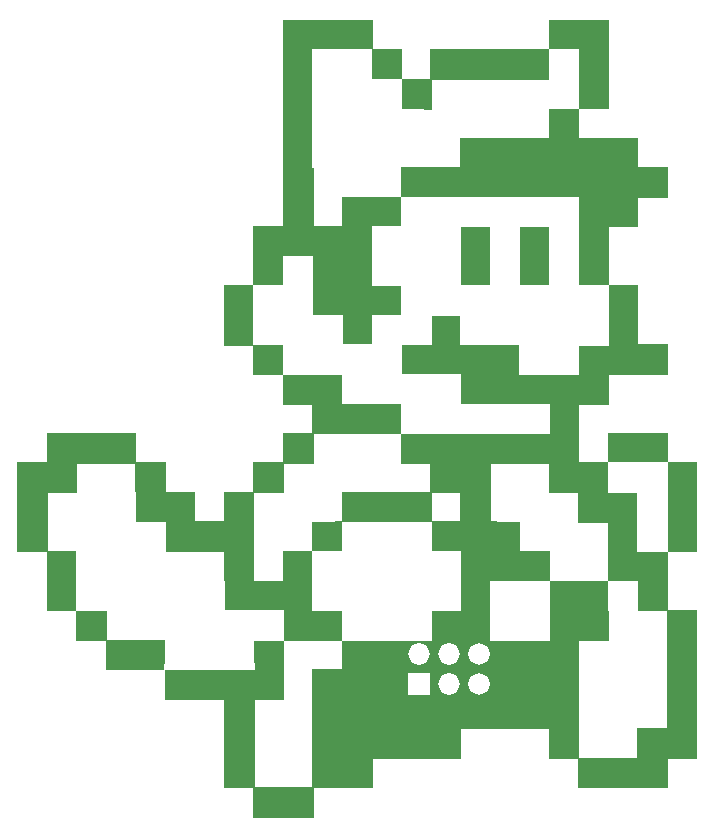
<source format=gbr>
G04 #@! TF.GenerationSoftware,KiCad,Pcbnew,5.1.2*
G04 #@! TF.CreationDate,2019-06-30T01:50:48-07:00*
G04 #@! TF.ProjectId,Mario_SAO,4d617269-6f5f-4534-914f-2e6b69636164,rev?*
G04 #@! TF.SameCoordinates,Original*
G04 #@! TF.FileFunction,Legend,Top*
G04 #@! TF.FilePolarity,Positive*
%FSLAX46Y46*%
G04 Gerber Fmt 4.6, Leading zero omitted, Abs format (unit mm)*
G04 Created by KiCad (PCBNEW 5.1.2) date 2019-06-30 01:50:48*
%MOMM*%
%LPD*%
G04 APERTURE LIST*
%ADD10C,0.010000*%
%ADD11R,1.829200X1.829200*%
%ADD12O,1.829200X1.829200*%
%ADD13C,1.829200*%
G04 APERTURE END LIST*
D10*
G36*
X117266583Y-83754584D02*
G01*
X117271962Y-86257542D01*
X117277340Y-88760500D01*
X114758333Y-88760500D01*
X114758333Y-83743664D01*
X117266583Y-83754584D01*
X117266583Y-83754584D01*
G37*
X117266583Y-83754584D02*
X117271962Y-86257542D01*
X117277340Y-88760500D01*
X114758333Y-88760500D01*
X114758333Y-83743664D01*
X117266583Y-83754584D01*
G36*
X112260667Y-88760500D02*
G01*
X109763000Y-88760500D01*
X109763000Y-83744000D01*
X112260667Y-83744000D01*
X112260667Y-88760500D01*
X112260667Y-88760500D01*
G37*
X112260667Y-88760500D02*
X109763000Y-88760500D01*
X109763000Y-83744000D01*
X112260667Y-83744000D01*
X112260667Y-88760500D01*
G36*
X102270000Y-68758000D02*
G01*
X104767667Y-68758000D01*
X104767667Y-71255667D01*
X107244167Y-71255667D01*
X107244167Y-68758000D01*
X117256000Y-68758000D01*
X117256000Y-66260334D01*
X122272500Y-66260334D01*
X122272500Y-73774500D01*
X119774833Y-73774500D01*
X119774833Y-76251000D01*
X124770167Y-76251000D01*
X124770167Y-78748667D01*
X127267833Y-78748667D01*
X127267833Y-81267500D01*
X124770167Y-81267500D01*
X124770167Y-83765167D01*
X122272500Y-83765167D01*
X122272500Y-88760500D01*
X124770167Y-88760500D01*
X124770167Y-93755834D01*
X127267833Y-93755834D01*
X127267833Y-96274667D01*
X122272500Y-96274667D01*
X122272500Y-98772334D01*
X119774833Y-98772334D01*
X119774833Y-103746500D01*
X122251333Y-103746500D01*
X122251333Y-101248834D01*
X127267833Y-101248834D01*
X127267833Y-103746500D01*
X129765500Y-103746500D01*
X129765500Y-111260667D01*
X127267833Y-111260667D01*
X127267833Y-116256000D01*
X129765500Y-116256000D01*
X129765500Y-128765500D01*
X127267833Y-128765500D01*
X127267833Y-131263167D01*
X119753667Y-131263167D01*
X119753667Y-128765500D01*
X117256000Y-128765500D01*
X117256000Y-126267834D01*
X109763000Y-126267834D01*
X109763000Y-128765500D01*
X102270000Y-128765500D01*
X102270000Y-131263167D01*
X97274667Y-131263167D01*
X97274667Y-133760834D01*
X92258167Y-133760834D01*
X92258167Y-131263167D01*
X89739333Y-131263167D01*
X89739333Y-123770167D01*
X92279333Y-123770167D01*
X92279333Y-131242000D01*
X97253500Y-131242000D01*
X97253500Y-121251334D01*
X99751167Y-121251334D01*
X99751167Y-118774834D01*
X119774833Y-118774834D01*
X119774833Y-128744334D01*
X124749000Y-128744334D01*
X124749000Y-126246667D01*
X127246667Y-126246667D01*
X127246667Y-116277167D01*
X124749000Y-116277167D01*
X124749000Y-113779500D01*
X122272500Y-113779500D01*
X122272500Y-118774834D01*
X119774833Y-118774834D01*
X99751167Y-118774834D01*
X94777000Y-118774834D01*
X94777000Y-123770167D01*
X92279333Y-123770167D01*
X89739333Y-123770167D01*
X84744000Y-123770167D01*
X84744000Y-121272500D01*
X79748667Y-121272500D01*
X79748667Y-118774834D01*
X77251000Y-118774834D01*
X77251000Y-116277167D01*
X74753333Y-116277167D01*
X74753333Y-111260667D01*
X72255667Y-111260667D01*
X72255667Y-106265334D01*
X74753333Y-106265334D01*
X74753333Y-111260667D01*
X77272167Y-111260667D01*
X77272167Y-116256000D01*
X79769833Y-116256000D01*
X79769833Y-118753667D01*
X84765167Y-118753667D01*
X84765167Y-121251334D01*
X92258167Y-121251334D01*
X92258167Y-118753667D01*
X94755833Y-118753667D01*
X94755833Y-116277167D01*
X89760500Y-116277167D01*
X89760500Y-111260667D01*
X84744000Y-111260667D01*
X84744000Y-108763000D01*
X82246333Y-108763000D01*
X82246333Y-103767667D01*
X77272167Y-103767667D01*
X77272167Y-106265334D01*
X74753333Y-106265334D01*
X72255667Y-106265334D01*
X72255667Y-103746500D01*
X74753333Y-103746500D01*
X74753333Y-101248834D01*
X82267500Y-101248834D01*
X82267500Y-103746500D01*
X84765167Y-103746500D01*
X84765167Y-106244167D01*
X87262833Y-106244167D01*
X87262833Y-108741834D01*
X89760500Y-108741834D01*
X89760500Y-106265334D01*
X92258167Y-106265334D01*
X92258167Y-113758334D01*
X94755833Y-113758334D01*
X94755833Y-111260667D01*
X97253164Y-111260667D01*
X97274667Y-111260667D01*
X97274667Y-116256000D01*
X99772333Y-116256000D01*
X99772333Y-118753667D01*
X107243828Y-118753667D01*
X107249289Y-117510125D01*
X107254750Y-116266584D01*
X109763000Y-116255664D01*
X109763000Y-113779500D01*
X112260667Y-113779500D01*
X112260667Y-118753667D01*
X117256000Y-118753667D01*
X117256000Y-113779500D01*
X112260667Y-113779500D01*
X109763000Y-113779500D01*
X109763000Y-111260667D01*
X107244167Y-111260667D01*
X107244167Y-108763000D01*
X99772333Y-108763000D01*
X99772333Y-111260667D01*
X97274667Y-111260667D01*
X97253164Y-111260667D01*
X97258624Y-110006542D01*
X97264083Y-108752417D01*
X98507456Y-108746956D01*
X99750828Y-108741495D01*
X99756289Y-107498123D01*
X99761703Y-106265334D01*
X107265333Y-106265334D01*
X107265333Y-108741834D01*
X109763000Y-108741834D01*
X109763000Y-106265334D01*
X107265333Y-106265334D01*
X99761703Y-106265334D01*
X99761750Y-106254750D01*
X103502958Y-106249400D01*
X107244167Y-106244050D01*
X107244167Y-103767667D01*
X112260667Y-103767667D01*
X112260667Y-108741498D01*
X113514792Y-108746957D01*
X114768917Y-108752417D01*
X114774376Y-110006542D01*
X114779836Y-111260667D01*
X117277167Y-111260667D01*
X117277167Y-113758334D01*
X122251333Y-113758334D01*
X122251333Y-108763000D01*
X119753667Y-108763000D01*
X119753667Y-106265334D01*
X117256000Y-106265334D01*
X117256000Y-103767667D01*
X122272500Y-103767667D01*
X122272500Y-106244167D01*
X124770167Y-106244167D01*
X124770167Y-111260667D01*
X127246667Y-111260667D01*
X127246667Y-103767667D01*
X122272500Y-103767667D01*
X117256000Y-103767667D01*
X112260667Y-103767667D01*
X107244167Y-103767667D01*
X104746500Y-103767667D01*
X104746500Y-101270000D01*
X97274667Y-101270000D01*
X97274667Y-103767667D01*
X94777000Y-103767667D01*
X94777000Y-106265334D01*
X92258167Y-106265334D01*
X89760500Y-106265334D01*
X89760500Y-106244167D01*
X92258167Y-106244167D01*
X92258167Y-103746500D01*
X94755833Y-103746500D01*
X94755833Y-101248834D01*
X97253500Y-101248834D01*
X97253500Y-98772334D01*
X94755833Y-98772334D01*
X94755833Y-96274667D01*
X92258167Y-96274667D01*
X92258167Y-93777000D01*
X89760500Y-93777000D01*
X89760500Y-88760500D01*
X92258167Y-88760500D01*
X92258167Y-93755498D01*
X93512292Y-93760957D01*
X94766417Y-93766417D01*
X94771877Y-95009959D01*
X94777338Y-96253500D01*
X99772333Y-96253500D01*
X99772333Y-98751167D01*
X104767667Y-98751167D01*
X104767667Y-101248834D01*
X117256000Y-101248834D01*
X117256000Y-98772334D01*
X109763000Y-98772334D01*
X109763000Y-96274840D01*
X107260042Y-96269462D01*
X104757083Y-96264084D01*
X104751624Y-95009959D01*
X104746164Y-93755834D01*
X107244167Y-93755834D01*
X107244167Y-91258167D01*
X109763000Y-91258167D01*
X109763000Y-93755834D01*
X114779500Y-93755834D01*
X114779500Y-96253500D01*
X119753667Y-96253500D01*
X119753667Y-93755834D01*
X122251333Y-93755834D01*
X122251333Y-88760500D01*
X119753667Y-88760500D01*
X119753667Y-81267500D01*
X104767667Y-81267500D01*
X104767667Y-83765167D01*
X102270000Y-83765167D01*
X102270000Y-88760500D01*
X104768002Y-88760500D01*
X104762543Y-90014625D01*
X104757083Y-91268750D01*
X103513542Y-91274211D01*
X102270000Y-91279672D01*
X102270000Y-93777000D01*
X99751167Y-93777000D01*
X99751167Y-91279672D01*
X97264083Y-91268750D01*
X97258705Y-88765792D01*
X97253326Y-86262834D01*
X94777000Y-86262834D01*
X94777000Y-88760500D01*
X92258167Y-88760500D01*
X92258167Y-83744000D01*
X94755833Y-83744000D01*
X94755833Y-68779167D01*
X97274667Y-68779167D01*
X97274667Y-83744000D01*
X99751167Y-83744000D01*
X99751167Y-81246334D01*
X104746500Y-81246334D01*
X104746500Y-78748667D01*
X109763000Y-78748667D01*
X109763000Y-76251000D01*
X117256000Y-76251000D01*
X117256000Y-73753334D01*
X119753667Y-73753334D01*
X119753667Y-68779167D01*
X117277505Y-68779167D01*
X117272044Y-70022709D01*
X117266583Y-71266250D01*
X107265333Y-71276922D01*
X107265333Y-73774836D01*
X106011208Y-73769376D01*
X104757083Y-73763917D01*
X104751622Y-72520544D01*
X104746162Y-71277172D01*
X103502789Y-71271711D01*
X102259417Y-71266250D01*
X102253956Y-70022709D01*
X102248495Y-68779167D01*
X97274667Y-68779167D01*
X94755833Y-68779167D01*
X94755833Y-66260334D01*
X102270000Y-66260334D01*
X102270000Y-68758000D01*
X102270000Y-68758000D01*
G37*
X102270000Y-68758000D02*
X104767667Y-68758000D01*
X104767667Y-71255667D01*
X107244167Y-71255667D01*
X107244167Y-68758000D01*
X117256000Y-68758000D01*
X117256000Y-66260334D01*
X122272500Y-66260334D01*
X122272500Y-73774500D01*
X119774833Y-73774500D01*
X119774833Y-76251000D01*
X124770167Y-76251000D01*
X124770167Y-78748667D01*
X127267833Y-78748667D01*
X127267833Y-81267500D01*
X124770167Y-81267500D01*
X124770167Y-83765167D01*
X122272500Y-83765167D01*
X122272500Y-88760500D01*
X124770167Y-88760500D01*
X124770167Y-93755834D01*
X127267833Y-93755834D01*
X127267833Y-96274667D01*
X122272500Y-96274667D01*
X122272500Y-98772334D01*
X119774833Y-98772334D01*
X119774833Y-103746500D01*
X122251333Y-103746500D01*
X122251333Y-101248834D01*
X127267833Y-101248834D01*
X127267833Y-103746500D01*
X129765500Y-103746500D01*
X129765500Y-111260667D01*
X127267833Y-111260667D01*
X127267833Y-116256000D01*
X129765500Y-116256000D01*
X129765500Y-128765500D01*
X127267833Y-128765500D01*
X127267833Y-131263167D01*
X119753667Y-131263167D01*
X119753667Y-128765500D01*
X117256000Y-128765500D01*
X117256000Y-126267834D01*
X109763000Y-126267834D01*
X109763000Y-128765500D01*
X102270000Y-128765500D01*
X102270000Y-131263167D01*
X97274667Y-131263167D01*
X97274667Y-133760834D01*
X92258167Y-133760834D01*
X92258167Y-131263167D01*
X89739333Y-131263167D01*
X89739333Y-123770167D01*
X92279333Y-123770167D01*
X92279333Y-131242000D01*
X97253500Y-131242000D01*
X97253500Y-121251334D01*
X99751167Y-121251334D01*
X99751167Y-118774834D01*
X119774833Y-118774834D01*
X119774833Y-128744334D01*
X124749000Y-128744334D01*
X124749000Y-126246667D01*
X127246667Y-126246667D01*
X127246667Y-116277167D01*
X124749000Y-116277167D01*
X124749000Y-113779500D01*
X122272500Y-113779500D01*
X122272500Y-118774834D01*
X119774833Y-118774834D01*
X99751167Y-118774834D01*
X94777000Y-118774834D01*
X94777000Y-123770167D01*
X92279333Y-123770167D01*
X89739333Y-123770167D01*
X84744000Y-123770167D01*
X84744000Y-121272500D01*
X79748667Y-121272500D01*
X79748667Y-118774834D01*
X77251000Y-118774834D01*
X77251000Y-116277167D01*
X74753333Y-116277167D01*
X74753333Y-111260667D01*
X72255667Y-111260667D01*
X72255667Y-106265334D01*
X74753333Y-106265334D01*
X74753333Y-111260667D01*
X77272167Y-111260667D01*
X77272167Y-116256000D01*
X79769833Y-116256000D01*
X79769833Y-118753667D01*
X84765167Y-118753667D01*
X84765167Y-121251334D01*
X92258167Y-121251334D01*
X92258167Y-118753667D01*
X94755833Y-118753667D01*
X94755833Y-116277167D01*
X89760500Y-116277167D01*
X89760500Y-111260667D01*
X84744000Y-111260667D01*
X84744000Y-108763000D01*
X82246333Y-108763000D01*
X82246333Y-103767667D01*
X77272167Y-103767667D01*
X77272167Y-106265334D01*
X74753333Y-106265334D01*
X72255667Y-106265334D01*
X72255667Y-103746500D01*
X74753333Y-103746500D01*
X74753333Y-101248834D01*
X82267500Y-101248834D01*
X82267500Y-103746500D01*
X84765167Y-103746500D01*
X84765167Y-106244167D01*
X87262833Y-106244167D01*
X87262833Y-108741834D01*
X89760500Y-108741834D01*
X89760500Y-106265334D01*
X92258167Y-106265334D01*
X92258167Y-113758334D01*
X94755833Y-113758334D01*
X94755833Y-111260667D01*
X97253164Y-111260667D01*
X97274667Y-111260667D01*
X97274667Y-116256000D01*
X99772333Y-116256000D01*
X99772333Y-118753667D01*
X107243828Y-118753667D01*
X107249289Y-117510125D01*
X107254750Y-116266584D01*
X109763000Y-116255664D01*
X109763000Y-113779500D01*
X112260667Y-113779500D01*
X112260667Y-118753667D01*
X117256000Y-118753667D01*
X117256000Y-113779500D01*
X112260667Y-113779500D01*
X109763000Y-113779500D01*
X109763000Y-111260667D01*
X107244167Y-111260667D01*
X107244167Y-108763000D01*
X99772333Y-108763000D01*
X99772333Y-111260667D01*
X97274667Y-111260667D01*
X97253164Y-111260667D01*
X97258624Y-110006542D01*
X97264083Y-108752417D01*
X98507456Y-108746956D01*
X99750828Y-108741495D01*
X99756289Y-107498123D01*
X99761703Y-106265334D01*
X107265333Y-106265334D01*
X107265333Y-108741834D01*
X109763000Y-108741834D01*
X109763000Y-106265334D01*
X107265333Y-106265334D01*
X99761703Y-106265334D01*
X99761750Y-106254750D01*
X103502958Y-106249400D01*
X107244167Y-106244050D01*
X107244167Y-103767667D01*
X112260667Y-103767667D01*
X112260667Y-108741498D01*
X113514792Y-108746957D01*
X114768917Y-108752417D01*
X114774376Y-110006542D01*
X114779836Y-111260667D01*
X117277167Y-111260667D01*
X117277167Y-113758334D01*
X122251333Y-113758334D01*
X122251333Y-108763000D01*
X119753667Y-108763000D01*
X119753667Y-106265334D01*
X117256000Y-106265334D01*
X117256000Y-103767667D01*
X122272500Y-103767667D01*
X122272500Y-106244167D01*
X124770167Y-106244167D01*
X124770167Y-111260667D01*
X127246667Y-111260667D01*
X127246667Y-103767667D01*
X122272500Y-103767667D01*
X117256000Y-103767667D01*
X112260667Y-103767667D01*
X107244167Y-103767667D01*
X104746500Y-103767667D01*
X104746500Y-101270000D01*
X97274667Y-101270000D01*
X97274667Y-103767667D01*
X94777000Y-103767667D01*
X94777000Y-106265334D01*
X92258167Y-106265334D01*
X89760500Y-106265334D01*
X89760500Y-106244167D01*
X92258167Y-106244167D01*
X92258167Y-103746500D01*
X94755833Y-103746500D01*
X94755833Y-101248834D01*
X97253500Y-101248834D01*
X97253500Y-98772334D01*
X94755833Y-98772334D01*
X94755833Y-96274667D01*
X92258167Y-96274667D01*
X92258167Y-93777000D01*
X89760500Y-93777000D01*
X89760500Y-88760500D01*
X92258167Y-88760500D01*
X92258167Y-93755498D01*
X93512292Y-93760957D01*
X94766417Y-93766417D01*
X94771877Y-95009959D01*
X94777338Y-96253500D01*
X99772333Y-96253500D01*
X99772333Y-98751167D01*
X104767667Y-98751167D01*
X104767667Y-101248834D01*
X117256000Y-101248834D01*
X117256000Y-98772334D01*
X109763000Y-98772334D01*
X109763000Y-96274840D01*
X107260042Y-96269462D01*
X104757083Y-96264084D01*
X104751624Y-95009959D01*
X104746164Y-93755834D01*
X107244167Y-93755834D01*
X107244167Y-91258167D01*
X109763000Y-91258167D01*
X109763000Y-93755834D01*
X114779500Y-93755834D01*
X114779500Y-96253500D01*
X119753667Y-96253500D01*
X119753667Y-93755834D01*
X122251333Y-93755834D01*
X122251333Y-88760500D01*
X119753667Y-88760500D01*
X119753667Y-81267500D01*
X104767667Y-81267500D01*
X104767667Y-83765167D01*
X102270000Y-83765167D01*
X102270000Y-88760500D01*
X104768002Y-88760500D01*
X104762543Y-90014625D01*
X104757083Y-91268750D01*
X103513542Y-91274211D01*
X102270000Y-91279672D01*
X102270000Y-93777000D01*
X99751167Y-93777000D01*
X99751167Y-91279672D01*
X97264083Y-91268750D01*
X97258705Y-88765792D01*
X97253326Y-86262834D01*
X94777000Y-86262834D01*
X94777000Y-88760500D01*
X92258167Y-88760500D01*
X92258167Y-83744000D01*
X94755833Y-83744000D01*
X94755833Y-68779167D01*
X97274667Y-68779167D01*
X97274667Y-83744000D01*
X99751167Y-83744000D01*
X99751167Y-81246334D01*
X104746500Y-81246334D01*
X104746500Y-78748667D01*
X109763000Y-78748667D01*
X109763000Y-76251000D01*
X117256000Y-76251000D01*
X117256000Y-73753334D01*
X119753667Y-73753334D01*
X119753667Y-68779167D01*
X117277505Y-68779167D01*
X117272044Y-70022709D01*
X117266583Y-71266250D01*
X107265333Y-71276922D01*
X107265333Y-73774836D01*
X106011208Y-73769376D01*
X104757083Y-73763917D01*
X104751622Y-72520544D01*
X104746162Y-71277172D01*
X103502789Y-71271711D01*
X102259417Y-71266250D01*
X102253956Y-70022709D01*
X102248495Y-68779167D01*
X97274667Y-68779167D01*
X94755833Y-68779167D01*
X94755833Y-66260334D01*
X102270000Y-66260334D01*
X102270000Y-68758000D01*
%LPC*%
G36*
X119774833Y-73774500D02*
G01*
X119028708Y-73769603D01*
X118824890Y-73768179D01*
X118608127Y-73766511D01*
X118388751Y-73764690D01*
X118177098Y-73762806D01*
X117983502Y-73760948D01*
X117818296Y-73759207D01*
X117769204Y-73758643D01*
X117255826Y-73752580D01*
X117261204Y-71260582D01*
X117266583Y-68768584D01*
X119774833Y-68757664D01*
X119774833Y-73774500D01*
X119774833Y-73774500D01*
G37*
X119774833Y-73774500D02*
X119028708Y-73769603D01*
X118824890Y-73768179D01*
X118608127Y-73766511D01*
X118388751Y-73764690D01*
X118177098Y-73762806D01*
X117983502Y-73760948D01*
X117818296Y-73759207D01*
X117769204Y-73758643D01*
X117255826Y-73752580D01*
X117261204Y-71260582D01*
X117266583Y-68768584D01*
X119774833Y-68757664D01*
X119774833Y-73774500D01*
G36*
X102248833Y-71255331D02*
G01*
X103502958Y-71260791D01*
X104757083Y-71266250D01*
X104767841Y-76250664D01*
X102259417Y-76261584D01*
X102253956Y-77505125D01*
X102248495Y-78748667D01*
X97253500Y-78748667D01*
X97253500Y-68758000D01*
X102248833Y-68758000D01*
X102248833Y-71255331D01*
X102248833Y-71255331D01*
G37*
X102248833Y-71255331D02*
X103502958Y-71260791D01*
X104757083Y-71266250D01*
X104767841Y-76250664D01*
X102259417Y-76261584D01*
X102253956Y-77505125D01*
X102248495Y-78748667D01*
X97253500Y-78748667D01*
X97253500Y-68758000D01*
X102248833Y-68758000D01*
X102248833Y-71255331D01*
G36*
X119774833Y-88738995D02*
G01*
X122261917Y-88749917D01*
X122267295Y-91263459D01*
X122272673Y-93777000D01*
X119774833Y-93777000D01*
X119774833Y-96281592D01*
X118647708Y-96267568D01*
X118408972Y-96264909D01*
X118136505Y-96262414D01*
X117838907Y-96260131D01*
X117524780Y-96258109D01*
X117202726Y-96256395D01*
X116881346Y-96255038D01*
X116569241Y-96254086D01*
X116275014Y-96253587D01*
X116139458Y-96253522D01*
X114758333Y-96253500D01*
X114758333Y-93755834D01*
X109763000Y-93755834D01*
X109763000Y-91258167D01*
X107265333Y-91258167D01*
X107265333Y-93755834D01*
X104767667Y-93755834D01*
X104767667Y-96253326D01*
X109752417Y-96264084D01*
X109757876Y-97518209D01*
X109763336Y-98772334D01*
X117256000Y-98772334D01*
X117256000Y-101248834D01*
X104767667Y-101248834D01*
X104767667Y-98751167D01*
X99772672Y-98751167D01*
X99767211Y-97507625D01*
X99761750Y-96264084D01*
X97258792Y-96258705D01*
X94755833Y-96253327D01*
X94755833Y-93755834D01*
X92258167Y-93755834D01*
X92258167Y-88760500D01*
X94755833Y-88760500D01*
X94755833Y-86262834D01*
X97253500Y-86262834D01*
X97253500Y-91258167D01*
X99751167Y-91258167D01*
X99751167Y-93755834D01*
X102270000Y-93755834D01*
X102270000Y-91258167D01*
X104767667Y-91258167D01*
X104767667Y-88760500D01*
X102270000Y-88760500D01*
X102270000Y-83765167D01*
X104767667Y-83765167D01*
X109763000Y-83765167D01*
X109763000Y-88760500D01*
X112260667Y-88760500D01*
X112260667Y-83765167D01*
X114758333Y-83765167D01*
X114758333Y-88760500D01*
X117256000Y-88760500D01*
X117256000Y-83765167D01*
X114758333Y-83765167D01*
X112260667Y-83765167D01*
X109763000Y-83765167D01*
X104767667Y-83765167D01*
X104767667Y-81267500D01*
X111144125Y-81267478D01*
X111675057Y-81267429D01*
X112201945Y-81267286D01*
X112722750Y-81267054D01*
X113235430Y-81266737D01*
X113737946Y-81266338D01*
X114228257Y-81265861D01*
X114704324Y-81265311D01*
X115164104Y-81264690D01*
X115605559Y-81264003D01*
X116026648Y-81263253D01*
X116425330Y-81262445D01*
X116799565Y-81261581D01*
X117147314Y-81260667D01*
X117466535Y-81259706D01*
X117755188Y-81258701D01*
X118011232Y-81257656D01*
X118232629Y-81256576D01*
X118417336Y-81255464D01*
X118563314Y-81254323D01*
X118647708Y-81253433D01*
X119774833Y-81239409D01*
X119774833Y-88738995D01*
X119774833Y-88738995D01*
G37*
X119774833Y-88738995D02*
X122261917Y-88749917D01*
X122267295Y-91263459D01*
X122272673Y-93777000D01*
X119774833Y-93777000D01*
X119774833Y-96281592D01*
X118647708Y-96267568D01*
X118408972Y-96264909D01*
X118136505Y-96262414D01*
X117838907Y-96260131D01*
X117524780Y-96258109D01*
X117202726Y-96256395D01*
X116881346Y-96255038D01*
X116569241Y-96254086D01*
X116275014Y-96253587D01*
X116139458Y-96253522D01*
X114758333Y-96253500D01*
X114758333Y-93755834D01*
X109763000Y-93755834D01*
X109763000Y-91258167D01*
X107265333Y-91258167D01*
X107265333Y-93755834D01*
X104767667Y-93755834D01*
X104767667Y-96253326D01*
X109752417Y-96264084D01*
X109757876Y-97518209D01*
X109763336Y-98772334D01*
X117256000Y-98772334D01*
X117256000Y-101248834D01*
X104767667Y-101248834D01*
X104767667Y-98751167D01*
X99772672Y-98751167D01*
X99767211Y-97507625D01*
X99761750Y-96264084D01*
X97258792Y-96258705D01*
X94755833Y-96253327D01*
X94755833Y-93755834D01*
X92258167Y-93755834D01*
X92258167Y-88760500D01*
X94755833Y-88760500D01*
X94755833Y-86262834D01*
X97253500Y-86262834D01*
X97253500Y-91258167D01*
X99751167Y-91258167D01*
X99751167Y-93755834D01*
X102270000Y-93755834D01*
X102270000Y-91258167D01*
X104767667Y-91258167D01*
X104767667Y-88760500D01*
X102270000Y-88760500D01*
X102270000Y-83765167D01*
X104767667Y-83765167D01*
X109763000Y-83765167D01*
X109763000Y-88760500D01*
X112260667Y-88760500D01*
X112260667Y-83765167D01*
X114758333Y-83765167D01*
X114758333Y-88760500D01*
X117256000Y-88760500D01*
X117256000Y-83765167D01*
X114758333Y-83765167D01*
X112260667Y-83765167D01*
X109763000Y-83765167D01*
X104767667Y-83765167D01*
X104767667Y-81267500D01*
X111144125Y-81267478D01*
X111675057Y-81267429D01*
X112201945Y-81267286D01*
X112722750Y-81267054D01*
X113235430Y-81266737D01*
X113737946Y-81266338D01*
X114228257Y-81265861D01*
X114704324Y-81265311D01*
X115164104Y-81264690D01*
X115605559Y-81264003D01*
X116026648Y-81263253D01*
X116425330Y-81262445D01*
X116799565Y-81261581D01*
X117147314Y-81260667D01*
X117466535Y-81259706D01*
X117755188Y-81258701D01*
X118011232Y-81257656D01*
X118232629Y-81256576D01*
X118417336Y-81255464D01*
X118563314Y-81254323D01*
X118647708Y-81253433D01*
X119774833Y-81239409D01*
X119774833Y-88738995D01*
G36*
X103497667Y-105016500D02*
G01*
X98523500Y-105016500D01*
X98523500Y-102518834D01*
X103497667Y-102518834D01*
X103497667Y-105016500D01*
X103497667Y-105016500D01*
G37*
X103497667Y-105016500D02*
X98523500Y-105016500D01*
X98523500Y-102518834D01*
X103497667Y-102518834D01*
X103497667Y-105016500D01*
G36*
X98502333Y-107514167D02*
G01*
X96004667Y-107514167D01*
X96004667Y-105016500D01*
X98502333Y-105016500D01*
X98502333Y-107514167D01*
X98502333Y-107514167D01*
G37*
X98502333Y-107514167D02*
X96004667Y-107514167D01*
X96004667Y-105016500D01*
X98502333Y-105016500D01*
X98502333Y-107514167D01*
G36*
X96004667Y-110011834D02*
G01*
X93507000Y-110011834D01*
X93507000Y-107514167D01*
X96004667Y-107514167D01*
X96004667Y-110011834D01*
X96004667Y-110011834D01*
G37*
X96004667Y-110011834D02*
X93507000Y-110011834D01*
X93507000Y-107514167D01*
X96004667Y-107514167D01*
X96004667Y-110011834D01*
G36*
X127267833Y-111260667D02*
G01*
X124749000Y-111260667D01*
X124749000Y-106265334D01*
X122251333Y-106265334D01*
X122251333Y-103746500D01*
X127267833Y-103746500D01*
X127267833Y-111260667D01*
X127267833Y-111260667D01*
G37*
X127267833Y-111260667D02*
X124749000Y-111260667D01*
X124749000Y-106265334D01*
X122251333Y-106265334D01*
X122251333Y-103746500D01*
X127267833Y-103746500D01*
X127267833Y-111260667D01*
G36*
X116007167Y-107514167D02*
G01*
X113509500Y-107514167D01*
X113509500Y-105016500D01*
X116007167Y-105016500D01*
X116007167Y-107514167D01*
X116007167Y-107514167D01*
G37*
X116007167Y-107514167D02*
X113509500Y-107514167D01*
X113509500Y-105016500D01*
X116007167Y-105016500D01*
X116007167Y-107514167D01*
G36*
X118526006Y-108747125D02*
G01*
X118526000Y-109990667D01*
X121023667Y-109990667D01*
X121023667Y-112530667D01*
X118504833Y-112530667D01*
X118504833Y-110011834D01*
X116007167Y-110011834D01*
X116007167Y-107517878D01*
X118526011Y-107503584D01*
X118526006Y-108747125D01*
X118526006Y-108747125D01*
G37*
X118526006Y-108747125D02*
X118526000Y-109990667D01*
X121023667Y-109990667D01*
X121023667Y-112530667D01*
X118504833Y-112530667D01*
X118504833Y-110011834D01*
X116007167Y-110011834D01*
X116007167Y-107517878D01*
X118526011Y-107503584D01*
X118526006Y-108747125D01*
G36*
X82246333Y-108763000D02*
G01*
X84744000Y-108763000D01*
X84744000Y-111260667D01*
X82246333Y-111260667D01*
X82246333Y-113758334D01*
X79748667Y-113758334D01*
X79748667Y-116256000D01*
X77251000Y-116256000D01*
X77251000Y-108763336D01*
X78505125Y-108757876D01*
X79759250Y-108752417D01*
X79764711Y-107508875D01*
X79770172Y-106265334D01*
X82246333Y-106265334D01*
X82246333Y-108763000D01*
X82246333Y-108763000D01*
G37*
X82246333Y-108763000D02*
X84744000Y-108763000D01*
X84744000Y-111260667D01*
X82246333Y-111260667D01*
X82246333Y-113758334D01*
X79748667Y-113758334D01*
X79748667Y-116256000D01*
X77251000Y-116256000D01*
X77251000Y-108763336D01*
X78505125Y-108757876D01*
X79759250Y-108752417D01*
X79764711Y-107508875D01*
X79770172Y-106265334D01*
X82246333Y-106265334D01*
X82246333Y-108763000D01*
G36*
X124770167Y-116277167D02*
G01*
X122251333Y-116277167D01*
X122251333Y-113758334D01*
X124770167Y-113758334D01*
X124770167Y-116277167D01*
X124770167Y-116277167D01*
G37*
X124770167Y-116277167D02*
X122251333Y-116277167D01*
X122251333Y-113758334D01*
X124770167Y-113758334D01*
X124770167Y-116277167D01*
G36*
X117256000Y-118753667D02*
G01*
X112260667Y-118753667D01*
X112260667Y-113758334D01*
X117256000Y-113758334D01*
X117256000Y-118753667D01*
X117256000Y-118753667D01*
G37*
X117256000Y-118753667D02*
X112260667Y-118753667D01*
X112260667Y-113758334D01*
X117256000Y-113758334D01*
X117256000Y-118753667D01*
G36*
X107265333Y-111260667D02*
G01*
X109763000Y-111260667D01*
X109763000Y-116256000D01*
X107265333Y-116256000D01*
X107265333Y-118753667D01*
X99772672Y-118753667D01*
X99767211Y-117510125D01*
X99761750Y-116266584D01*
X97253500Y-116255664D01*
X97253500Y-111260667D01*
X99772333Y-111260667D01*
X99772333Y-108763000D01*
X107265333Y-108763000D01*
X107265333Y-111260667D01*
X107265333Y-111260667D01*
G37*
X107265333Y-111260667D02*
X109763000Y-111260667D01*
X109763000Y-116256000D01*
X107265333Y-116256000D01*
X107265333Y-118753667D01*
X99772672Y-118753667D01*
X99767211Y-117510125D01*
X99761750Y-116266584D01*
X97253500Y-116255664D01*
X97253500Y-111260667D01*
X99772333Y-111260667D01*
X99772333Y-108763000D01*
X107265333Y-108763000D01*
X107265333Y-111260667D01*
G36*
X89760500Y-116256000D02*
G01*
X94755833Y-116256000D01*
X94755833Y-118753667D01*
X92251482Y-118753667D01*
X92266537Y-120013084D01*
X92281592Y-121272500D01*
X84737136Y-121272500D01*
X84751151Y-120507039D01*
X84753413Y-120360637D01*
X84755563Y-120177146D01*
X84757569Y-119961808D01*
X84759404Y-119719866D01*
X84761038Y-119456565D01*
X84762441Y-119177146D01*
X84763585Y-118886854D01*
X84764440Y-118590932D01*
X84764977Y-118294623D01*
X84765166Y-118003170D01*
X84765167Y-117998789D01*
X84765167Y-116256000D01*
X87262833Y-116256000D01*
X87262833Y-113758334D01*
X89760500Y-113758334D01*
X89760500Y-116256000D01*
X89760500Y-116256000D01*
G37*
X89760500Y-116256000D02*
X94755833Y-116256000D01*
X94755833Y-118753667D01*
X92251482Y-118753667D01*
X92266537Y-120013084D01*
X92281592Y-121272500D01*
X84737136Y-121272500D01*
X84751151Y-120507039D01*
X84753413Y-120360637D01*
X84755563Y-120177146D01*
X84757569Y-119961808D01*
X84759404Y-119719866D01*
X84761038Y-119456565D01*
X84762441Y-119177146D01*
X84763585Y-118886854D01*
X84764440Y-118590932D01*
X84764977Y-118294623D01*
X84765166Y-118003170D01*
X84765167Y-117998789D01*
X84765167Y-116256000D01*
X87262833Y-116256000D01*
X87262833Y-113758334D01*
X89760500Y-113758334D01*
X89760500Y-116256000D01*
G36*
X126019000Y-125019000D02*
G01*
X123521333Y-125019000D01*
X123521333Y-127516667D01*
X121002500Y-127516667D01*
X121002500Y-120002500D01*
X123500167Y-120002500D01*
X123500167Y-117504834D01*
X126019000Y-117504834D01*
X126019000Y-125019000D01*
X126019000Y-125019000D01*
G37*
X126019000Y-125019000D02*
X123521333Y-125019000D01*
X123521333Y-127516667D01*
X121002500Y-127516667D01*
X121002500Y-120002500D01*
X123500167Y-120002500D01*
X123500167Y-117504834D01*
X126019000Y-117504834D01*
X126019000Y-125019000D01*
G36*
X96025833Y-130014334D02*
G01*
X93507000Y-130014334D01*
X93507000Y-124997834D01*
X96025833Y-124997834D01*
X96025833Y-130014334D01*
X96025833Y-130014334D01*
G37*
X96025833Y-130014334D02*
X93507000Y-130014334D01*
X93507000Y-124997834D01*
X96025833Y-124997834D01*
X96025833Y-130014334D01*
D11*
X106270000Y-122540000D03*
D12*
X106270000Y-120000000D03*
X108810000Y-122540000D03*
X108810000Y-120000000D03*
D13*
X111350000Y-122540000D03*
X111350000Y-120000000D03*
M02*

</source>
